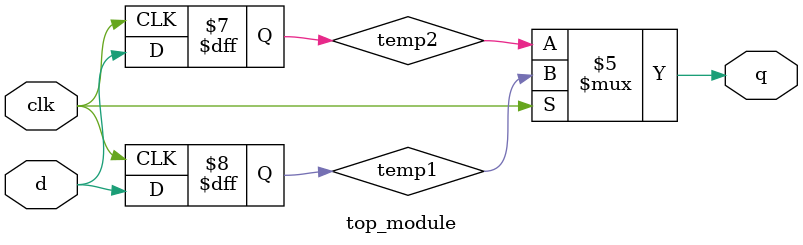
<source format=v>
module top_module (
    input clk,
    input d,
    output q
);reg temp1,temp2;
    always @ (posedge clk) begin
        temp1<=d; end
    always @ (negedge clk) begin
        temp2<=d; end
    always @ (clk) begin
        if (clk) begin
            q<=temp1;end
        else
            q<=temp2;
    end
            endmodule

</source>
